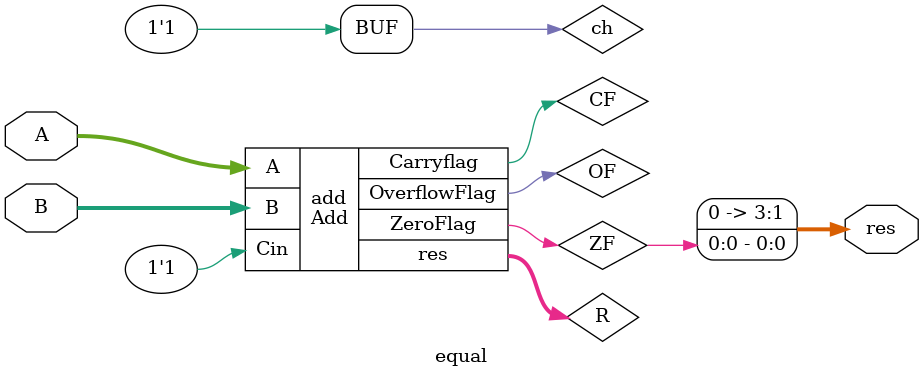
<source format=v>
module Add (
    input [3:0] A,
    input [3:0] B,
    input Cin,
    output [3:0] res,
    output ZeroFlag,
    output OverflowFlag,
    output Carryflag 
);
    wire [3:0] t_no_Cin;
    assign  t_no_Cin = ({4{Cin}}^B) ;
    assign {Carryflag,res} = A+t_no_Cin+ {3'b0,Cin};
    assign ZeroFlag = ~(|res);
    assign OverflowFlag = (A[3] == t_no_Cin[3]) && (res[3] != A[3]);
    
endmodule


module  compare (
    input [3:0] A,
    input [3:0] B,
    output [3:0] res
);
    wire [3:0] R;wire ZF; wire OF; wire CF;wire ch;
    assign ch = 1;
    Add add(A, B, ch, R, ZF, OF, CF);

    assign res = {3'b0, R[3]^OF};
    
endmodule

module equal (
    input [3:0] A,
    input [3:0] B,
    output [3:0] res
);
    wire [3:0] R ; wire ZF; wire OF; wire CF;wire ch;
    assign ch = 1;
    Add add(A, B, ch ,R, ZF, OF, CF);

    assign res = {3'b0,ZF};
    
endmodule
</source>
